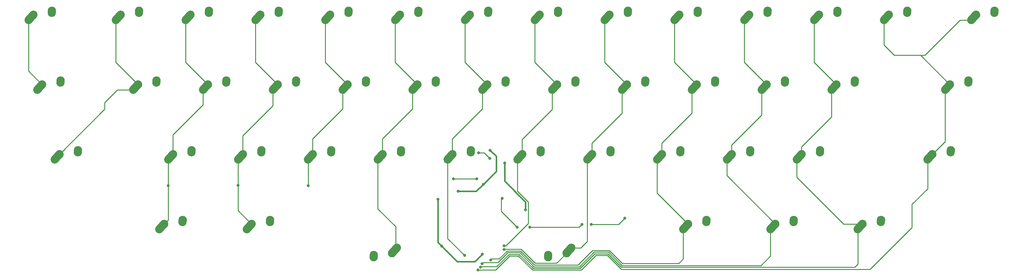
<source format=gbr>
%TF.GenerationSoftware,KiCad,Pcbnew,7.0.2*%
%TF.CreationDate,2023-06-06T03:33:47+01:00*%
%TF.ProjectId,45_keyboard,34355f6b-6579-4626-9f61-72642e6b6963,rev?*%
%TF.SameCoordinates,Original*%
%TF.FileFunction,Copper,L1,Top*%
%TF.FilePolarity,Positive*%
%FSLAX46Y46*%
G04 Gerber Fmt 4.6, Leading zero omitted, Abs format (unit mm)*
G04 Created by KiCad (PCBNEW 7.0.2) date 2023-06-06 03:33:47*
%MOMM*%
%LPD*%
G01*
G04 APERTURE LIST*
G04 Aperture macros list*
%AMHorizOval*
0 Thick line with rounded ends*
0 $1 width*
0 $2 $3 position (X,Y) of the first rounded end (center of the circle)*
0 $4 $5 position (X,Y) of the second rounded end (center of the circle)*
0 Add line between two ends*
20,1,$1,$2,$3,$4,$5,0*
0 Add two circle primitives to create the rounded ends*
1,1,$1,$2,$3*
1,1,$1,$4,$5*%
G04 Aperture macros list end*
%TA.AperFunction,ComponentPad*%
%ADD10HorizOval,2.250000X0.655001X0.730000X-0.655001X-0.730000X0*%
%TD*%
%TA.AperFunction,ComponentPad*%
%ADD11C,2.250000*%
%TD*%
%TA.AperFunction,ComponentPad*%
%ADD12HorizOval,2.250000X0.020000X0.290000X-0.020000X-0.290000X0*%
%TD*%
%TA.AperFunction,ComponentPad*%
%ADD13HorizOval,2.250000X-0.655001X-0.730000X0.655001X0.730000X0*%
%TD*%
%TA.AperFunction,ComponentPad*%
%ADD14HorizOval,2.250000X-0.020000X-0.290000X0.020000X0.290000X0*%
%TD*%
%TA.AperFunction,ViaPad*%
%ADD15C,0.800000*%
%TD*%
%TA.AperFunction,Conductor*%
%ADD16C,0.381000*%
%TD*%
%TA.AperFunction,Conductor*%
%ADD17C,0.254000*%
%TD*%
G04 APERTURE END LIST*
D10*
%TO.P,MX14,1,COL*%
%TO.N,col12*%
X329393999Y-62332750D03*
D11*
X330048998Y-61602750D03*
D12*
%TO.P,MX14,2,ROW*%
%TO.N,Net-(D14-A)*%
X335068998Y-60812750D03*
D11*
X335088998Y-60522750D03*
%TD*%
D10*
%TO.P,MX12,1,COL*%
%TO.N,col11*%
X286531499Y-62332750D03*
D11*
X287186498Y-61602750D03*
D12*
%TO.P,MX12,2,ROW*%
%TO.N,Net-(D12-A)*%
X292206498Y-60812750D03*
D11*
X292226498Y-60522750D03*
%TD*%
D10*
%TO.P,MX4,1,COL*%
%TO.N,col3*%
X134131499Y-62332750D03*
D11*
X134786498Y-61602750D03*
D12*
%TO.P,MX4,2,ROW*%
%TO.N,Net-(D4-A)*%
X139806498Y-60812750D03*
D11*
X139826498Y-60522750D03*
%TD*%
D10*
%TO.P,MX44,1,COL*%
%TO.N,col9*%
X250812749Y-119482750D03*
D11*
X251467748Y-118752750D03*
D12*
%TO.P,MX44,2,ROW*%
%TO.N,Net-(D44-A)*%
X256487748Y-117962750D03*
D11*
X256507748Y-117672750D03*
%TD*%
D10*
%TO.P,MX5,1,COL*%
%TO.N,col4*%
X153181499Y-62332750D03*
D11*
X153836498Y-61602750D03*
D12*
%TO.P,MX5,2,ROW*%
%TO.N,Net-(D5-A)*%
X158856498Y-60812750D03*
D11*
X158876498Y-60522750D03*
%TD*%
D10*
%TO.P,MX17,1,COL*%
%TO.N,col2*%
X119843999Y-81382750D03*
D11*
X120498998Y-80652750D03*
D12*
%TO.P,MX17,2,ROW*%
%TO.N,Net-(D17-A)*%
X125518998Y-79862750D03*
D11*
X125538998Y-79572750D03*
%TD*%
D10*
%TO.P,MX10,1,COL*%
%TO.N,col9*%
X248431499Y-62332750D03*
D11*
X249086498Y-61602750D03*
D12*
%TO.P,MX10,2,ROW*%
%TO.N,Net-(D10-A)*%
X254106498Y-60812750D03*
D11*
X254126498Y-60522750D03*
%TD*%
D10*
%TO.P,MX7,1,COL*%
%TO.N,col6*%
X191281499Y-62332750D03*
D11*
X191936498Y-61602750D03*
D12*
%TO.P,MX7,2,ROW*%
%TO.N,Net-(D7-A)*%
X196956498Y-60812750D03*
D11*
X196976498Y-60522750D03*
%TD*%
D10*
%TO.P,MX34,1,COL*%
%TO.N,col7*%
X205568999Y-100432750D03*
D11*
X206223998Y-99702750D03*
D12*
%TO.P,MX34,2,ROW*%
%TO.N,Net-(D34-A)*%
X211243998Y-98912750D03*
D11*
X211263998Y-98622750D03*
%TD*%
D10*
%TO.P,MX45,1,COL*%
%TO.N,col10*%
X274625249Y-119482750D03*
D11*
X275280248Y-118752750D03*
D12*
%TO.P,MX45,2,ROW*%
%TO.N,Net-(D45-A)*%
X280300248Y-117962750D03*
D11*
X280320248Y-117672750D03*
%TD*%
D10*
%TO.P,MX28,1,COL*%
%TO.N,col1*%
X79362749Y-100432750D03*
D11*
X80017748Y-99702750D03*
D12*
%TO.P,MX28,2,ROW*%
%TO.N,Net-(D28-A)*%
X85037748Y-98912750D03*
D11*
X85057748Y-98622750D03*
%TD*%
D13*
%TO.P,MX43,1,COL*%
%TO.N,col8*%
X219022747Y-126022750D03*
D11*
X218367748Y-126752750D03*
D14*
%TO.P,MX43,2,ROW*%
%TO.N,Net-(D43-A)*%
X213347748Y-127542750D03*
D11*
X213327748Y-127832750D03*
%TD*%
D10*
%TO.P,MX16,1,COL*%
%TO.N,col1*%
X100793999Y-81382750D03*
D11*
X101448998Y-80652750D03*
D12*
%TO.P,MX16,2,ROW*%
%TO.N,Net-(D16-A)*%
X106468998Y-79862750D03*
D11*
X106488998Y-79572750D03*
%TD*%
D10*
%TO.P,MX2,1,COL*%
%TO.N,col1*%
X96031499Y-62332750D03*
D11*
X96686498Y-61602750D03*
D12*
%TO.P,MX2,2,ROW*%
%TO.N,Net-(D2-A)*%
X101706498Y-60812750D03*
D11*
X101726498Y-60522750D03*
%TD*%
D10*
%TO.P,MX23,1,COL*%
%TO.N,col8*%
X234143999Y-81382750D03*
D11*
X234798998Y-80652750D03*
D12*
%TO.P,MX23,2,ROW*%
%TO.N,Net-(D23-A)*%
X239818998Y-79862750D03*
D11*
X239838998Y-79572750D03*
%TD*%
D10*
%TO.P,MX38,1,COL*%
%TO.N,col11*%
X281768999Y-100432750D03*
D11*
X282423998Y-99702750D03*
D12*
%TO.P,MX38,2,ROW*%
%TO.N,Net-(D38-A)*%
X287443998Y-98912750D03*
D11*
X287463998Y-98622750D03*
%TD*%
D10*
%TO.P,MX22,1,COL*%
%TO.N,col7*%
X215093999Y-81382750D03*
D11*
X215748998Y-80652750D03*
D12*
%TO.P,MX22,2,ROW*%
%TO.N,Net-(D22-A)*%
X220768998Y-79862750D03*
D11*
X220788998Y-79572750D03*
%TD*%
D10*
%TO.P,MX31,1,COL*%
%TO.N,col4*%
X148418999Y-100432750D03*
D11*
X149073998Y-99702750D03*
D12*
%TO.P,MX31,2,ROW*%
%TO.N,Net-(D31-A)*%
X154093998Y-98912750D03*
D11*
X154113998Y-98622750D03*
%TD*%
D10*
%TO.P,MX35,1,COL*%
%TO.N,col8*%
X224618999Y-100432750D03*
D11*
X225273998Y-99702750D03*
D12*
%TO.P,MX35,2,ROW*%
%TO.N,Net-(D35-A)*%
X230293998Y-98912750D03*
D11*
X230313998Y-98622750D03*
%TD*%
D10*
%TO.P,MX15,1,COL*%
%TO.N,col0*%
X74600249Y-81382750D03*
D11*
X75255248Y-80652750D03*
D12*
%TO.P,MX15,2,ROW*%
%TO.N,Net-(D15-A)*%
X80275248Y-79862750D03*
D11*
X80295248Y-79572750D03*
%TD*%
D10*
%TO.P,MX20,1,COL*%
%TO.N,col5*%
X176993999Y-81382750D03*
D11*
X177648998Y-80652750D03*
D12*
%TO.P,MX20,2,ROW*%
%TO.N,Net-(D20-A)*%
X182668998Y-79862750D03*
D11*
X182688998Y-79572750D03*
%TD*%
D10*
%TO.P,MX46,1,COL*%
%TO.N,col11*%
X298437749Y-119482750D03*
D11*
X299092748Y-118752750D03*
D12*
%TO.P,MX46,2,ROW*%
%TO.N,Net-(D46-A)*%
X304112748Y-117962750D03*
D11*
X304132748Y-117672750D03*
%TD*%
D10*
%TO.P,MX21,1,COL*%
%TO.N,col6*%
X196043999Y-81382750D03*
D11*
X196698998Y-80652750D03*
D12*
%TO.P,MX21,2,ROW*%
%TO.N,Net-(D21-A)*%
X201718998Y-79862750D03*
D11*
X201738998Y-79572750D03*
%TD*%
D10*
%TO.P,MX6,1,COL*%
%TO.N,col5*%
X172231499Y-62332750D03*
D11*
X172886498Y-61602750D03*
D12*
%TO.P,MX6,2,ROW*%
%TO.N,Net-(D6-A)*%
X177906498Y-60812750D03*
D11*
X177926498Y-60522750D03*
%TD*%
D10*
%TO.P,MX18,1,COL*%
%TO.N,col3*%
X138893999Y-81382750D03*
D11*
X139548998Y-80652750D03*
D12*
%TO.P,MX18,2,ROW*%
%TO.N,Net-(D18-A)*%
X144568998Y-79862750D03*
D11*
X144588998Y-79572750D03*
%TD*%
D10*
%TO.P,MX29,1,COL*%
%TO.N,col2*%
X110318999Y-100432750D03*
D11*
X110973998Y-99702750D03*
D12*
%TO.P,MX29,2,ROW*%
%TO.N,Net-(D29-A)*%
X115993998Y-98912750D03*
D11*
X116013998Y-98622750D03*
%TD*%
D10*
%TO.P,MX32,1,COL*%
%TO.N,col5*%
X167468999Y-100432750D03*
D11*
X168123998Y-99702750D03*
D12*
%TO.P,MX32,2,ROW*%
%TO.N,Net-(D32-A)*%
X173143998Y-98912750D03*
D11*
X173163998Y-98622750D03*
%TD*%
D13*
%TO.P,MX42,1,COL*%
%TO.N,col5*%
X171397747Y-126022750D03*
D11*
X170742748Y-126752750D03*
D14*
%TO.P,MX42,2,ROW*%
%TO.N,Net-(D42-A)*%
X165722748Y-127542750D03*
D11*
X165702748Y-127832750D03*
%TD*%
D10*
%TO.P,MX27,1,COL*%
%TO.N,col12*%
X322250249Y-81382750D03*
D11*
X322905248Y-80652750D03*
D12*
%TO.P,MX27,2,ROW*%
%TO.N,Net-(D27-A)*%
X327925248Y-79862750D03*
D11*
X327945248Y-79572750D03*
%TD*%
D10*
%TO.P,MX25,1,COL*%
%TO.N,col10*%
X272243999Y-81382750D03*
D11*
X272898998Y-80652750D03*
D12*
%TO.P,MX25,2,ROW*%
%TO.N,Net-(D25-A)*%
X277918998Y-79862750D03*
D11*
X277938998Y-79572750D03*
%TD*%
D10*
%TO.P,MX41,1,COL*%
%TO.N,col3*%
X131750249Y-119482750D03*
D11*
X132405248Y-118752750D03*
D12*
%TO.P,MX41,2,ROW*%
%TO.N,Net-(D41-A)*%
X137425248Y-117962750D03*
D11*
X137445248Y-117672750D03*
%TD*%
D10*
%TO.P,MX19,1,COL*%
%TO.N,col4*%
X157943999Y-81382750D03*
D11*
X158598998Y-80652750D03*
D12*
%TO.P,MX19,2,ROW*%
%TO.N,Net-(D19-A)*%
X163618998Y-79862750D03*
D11*
X163638998Y-79572750D03*
%TD*%
D10*
%TO.P,MX40,1,COL*%
%TO.N,col2*%
X107937749Y-119482750D03*
D11*
X108592748Y-118752750D03*
D12*
%TO.P,MX40,2,ROW*%
%TO.N,Net-(D40-A)*%
X113612748Y-117962750D03*
D11*
X113632748Y-117672750D03*
%TD*%
D10*
%TO.P,MX9,1,COL*%
%TO.N,col8*%
X229381499Y-62332750D03*
D11*
X230036498Y-61602750D03*
D12*
%TO.P,MX9,2,ROW*%
%TO.N,Net-(D9-A)*%
X235056498Y-60812750D03*
D11*
X235076498Y-60522750D03*
%TD*%
D10*
%TO.P,MX24,1,COL*%
%TO.N,col9*%
X253193999Y-81382750D03*
D11*
X253848998Y-80652750D03*
D12*
%TO.P,MX24,2,ROW*%
%TO.N,Net-(D24-A)*%
X258868998Y-79862750D03*
D11*
X258888998Y-79572750D03*
%TD*%
D10*
%TO.P,MX33,1,COL*%
%TO.N,col6*%
X186518999Y-100432750D03*
D11*
X187173998Y-99702750D03*
D12*
%TO.P,MX33,2,ROW*%
%TO.N,Net-(D33-A)*%
X192193998Y-98912750D03*
D11*
X192213998Y-98622750D03*
%TD*%
D10*
%TO.P,MX13,1,COL*%
%TO.N,col12*%
X305581499Y-62332750D03*
D11*
X306236498Y-61602750D03*
D12*
%TO.P,MX13,2,ROW*%
%TO.N,Net-(D13-A)*%
X311256498Y-60812750D03*
D11*
X311276498Y-60522750D03*
%TD*%
D10*
%TO.P,MX30,1,COL*%
%TO.N,col3*%
X129368999Y-100432750D03*
D11*
X130023998Y-99702750D03*
D12*
%TO.P,MX30,2,ROW*%
%TO.N,Net-(D30-A)*%
X135043998Y-98912750D03*
D11*
X135063998Y-98622750D03*
%TD*%
D10*
%TO.P,MX1,1,COL*%
%TO.N,col0*%
X72218999Y-62332750D03*
D11*
X72873998Y-61602750D03*
D12*
%TO.P,MX1,2,ROW*%
%TO.N,Net-(D1-A)*%
X77893998Y-60812750D03*
D11*
X77913998Y-60522750D03*
%TD*%
D10*
%TO.P,MX3,1,COL*%
%TO.N,col2*%
X115081499Y-62332750D03*
D11*
X115736498Y-61602750D03*
D12*
%TO.P,MX3,2,ROW*%
%TO.N,Net-(D3-A)*%
X120756498Y-60812750D03*
D11*
X120776498Y-60522750D03*
%TD*%
D10*
%TO.P,MX37,1,COL*%
%TO.N,col10*%
X262718999Y-100432750D03*
D11*
X263373998Y-99702750D03*
D12*
%TO.P,MX37,2,ROW*%
%TO.N,Net-(D37-A)*%
X268393998Y-98912750D03*
D11*
X268413998Y-98622750D03*
%TD*%
D10*
%TO.P,MX26,1,COL*%
%TO.N,col11*%
X291293999Y-81382750D03*
D11*
X291948998Y-80652750D03*
D12*
%TO.P,MX26,2,ROW*%
%TO.N,Net-(D26-A)*%
X296968998Y-79862750D03*
D11*
X296988998Y-79572750D03*
%TD*%
D10*
%TO.P,MX8,1,COL*%
%TO.N,col7*%
X210331499Y-62332750D03*
D11*
X210986498Y-61602750D03*
D12*
%TO.P,MX8,2,ROW*%
%TO.N,Net-(D8-A)*%
X216006498Y-60812750D03*
D11*
X216026498Y-60522750D03*
%TD*%
D10*
%TO.P,MX11,1,COL*%
%TO.N,col10*%
X267481499Y-62332750D03*
D11*
X268136498Y-61602750D03*
D12*
%TO.P,MX11,2,ROW*%
%TO.N,Net-(D11-A)*%
X273156498Y-60812750D03*
D11*
X273176498Y-60522750D03*
%TD*%
D10*
%TO.P,MX39,1,COL*%
%TO.N,col12*%
X317487749Y-100432750D03*
D11*
X318142748Y-99702750D03*
D12*
%TO.P,MX39,2,ROW*%
%TO.N,Net-(D39-A)*%
X323162748Y-98912750D03*
D11*
X323182748Y-98622750D03*
%TD*%
D10*
%TO.P,MX36,1,COL*%
%TO.N,col9*%
X243668999Y-100432750D03*
D11*
X244323998Y-99702750D03*
D12*
%TO.P,MX36,2,ROW*%
%TO.N,Net-(D36-A)*%
X249343998Y-98912750D03*
D11*
X249363998Y-98622750D03*
%TD*%
D15*
%TO.N,GND*%
X201422000Y-102108000D03*
X207137000Y-114935000D03*
%TO.N,+5V*%
X197505546Y-98638026D03*
X184277000Y-124841000D03*
X195580000Y-107950000D03*
X188722000Y-109855000D03*
X195326000Y-127000000D03*
X183261000Y-112014000D03*
%TO.N,row2*%
X193802000Y-106426000D03*
X187452000Y-106426000D03*
%TO.N,Net-(D33-A)*%
X194310000Y-99314000D03*
X197358000Y-100838000D03*
%TO.N,col2*%
X109663998Y-108331000D03*
%TO.N,col3*%
X128713998Y-108204000D03*
%TO.N,col4*%
X147828000Y-108331000D03*
%TO.N,col6*%
X190500000Y-127381000D03*
%TO.N,col7*%
X201295000Y-124730497D03*
%TO.N,col8*%
X201295000Y-125730000D03*
%TO.N,col9*%
X197612000Y-128592494D03*
%TO.N,col10*%
X195251993Y-129591997D03*
%TO.N,col11*%
X194840774Y-130565945D03*
%TO.N,col12*%
X194182752Y-131318283D03*
%TO.N,Net-(U1-~{RESET})*%
X200787000Y-111760000D03*
X222504000Y-118872000D03*
X204851000Y-119634000D03*
X225044000Y-118872000D03*
X234188000Y-117221000D03*
X208280000Y-119634000D03*
%TD*%
D16*
%TO.N,GND*%
X207137000Y-112776000D02*
X207137000Y-114935000D01*
X201422000Y-107061000D02*
X207137000Y-112776000D01*
X201422000Y-102108000D02*
X201422000Y-107061000D01*
%TO.N,+5V*%
X184277000Y-124841000D02*
X183261000Y-123825000D01*
X195326000Y-127000000D02*
X193294000Y-129032000D01*
X199136000Y-104394000D02*
X195580000Y-107950000D01*
X193294000Y-129032000D02*
X188468000Y-129032000D01*
X188722000Y-109855000D02*
X193675000Y-109855000D01*
X197505546Y-98638026D02*
X199136000Y-100268480D01*
X199136000Y-100268480D02*
X199136000Y-104394000D01*
X193675000Y-109855000D02*
X195580000Y-107950000D01*
X188468000Y-129032000D02*
X184277000Y-124841000D01*
X183261000Y-123825000D02*
X183261000Y-112014000D01*
D17*
%TO.N,row2*%
X193802000Y-106426000D02*
X187452000Y-106426000D01*
%TO.N,Net-(D33-A)*%
X197358000Y-100838000D02*
X195834000Y-99314000D01*
X195834000Y-99314000D02*
X194310000Y-99314000D01*
%TO.N,col0*%
X71563998Y-63062750D02*
X71563998Y-76961500D01*
X71563998Y-76961500D02*
X75255248Y-80652750D01*
%TO.N,col1*%
X95376498Y-74580250D02*
X101448998Y-80652750D01*
X92329000Y-85598000D02*
X92329000Y-87391498D01*
X92329000Y-87391498D02*
X80017748Y-99702750D01*
X95814250Y-82112750D02*
X92329000Y-85598000D01*
X95376498Y-63062750D02*
X95376498Y-74580250D01*
X100138998Y-82112750D02*
X95814250Y-82112750D01*
%TO.N,col2*%
X119188998Y-86170002D02*
X110973998Y-94385002D01*
X109663998Y-101162750D02*
X109663998Y-108331000D01*
X114426498Y-63062750D02*
X114426498Y-74580250D01*
X119188998Y-82112750D02*
X119188998Y-86170002D01*
X110973998Y-94385002D02*
X110973998Y-99702750D01*
X109663998Y-117681500D02*
X108592748Y-118752750D01*
X109663998Y-108331000D02*
X109663998Y-117681500D01*
X114426498Y-74580250D02*
X120498998Y-80652750D01*
%TO.N,col3*%
X128713998Y-101162750D02*
X128713998Y-108204000D01*
X138238998Y-86424002D02*
X130023998Y-94639002D01*
X133476498Y-74580250D02*
X139548998Y-80652750D01*
X128713998Y-115061500D02*
X132405248Y-118752750D01*
X138238998Y-82112750D02*
X138238998Y-86424002D01*
X128713998Y-108204000D02*
X128713998Y-115061500D01*
X130023998Y-94639002D02*
X130023998Y-99702750D01*
X133476498Y-63062750D02*
X133476498Y-74580250D01*
%TO.N,col4*%
X152526498Y-63062750D02*
X152526498Y-74580250D01*
X149073998Y-95528002D02*
X149073998Y-99702750D01*
X157288998Y-82112750D02*
X157288998Y-87313002D01*
X157288998Y-87313002D02*
X149073998Y-95528002D01*
X152526498Y-74580250D02*
X158598998Y-80652750D01*
X147828000Y-101226752D02*
X147828000Y-108331000D01*
X147763998Y-101162750D02*
X147828000Y-101226752D01*
%TO.N,col5*%
X176338998Y-87313002D02*
X168123998Y-95528002D01*
X171576498Y-63062750D02*
X171576498Y-74580250D01*
X171704000Y-119507000D02*
X171704000Y-124944002D01*
X166813998Y-114616998D02*
X171704000Y-119507000D01*
X168123998Y-95528002D02*
X168123998Y-99702750D01*
X171576498Y-74580250D02*
X177648998Y-80652750D01*
X176338998Y-82112750D02*
X176338998Y-87313002D01*
X171704000Y-124944002D02*
X172052748Y-125292750D01*
X166813998Y-101162750D02*
X166813998Y-114616998D01*
%TO.N,col6*%
X185863998Y-101162750D02*
X185863998Y-122744998D01*
X185863998Y-122744998D02*
X190500000Y-127381000D01*
X187173998Y-95528002D02*
X187173998Y-99702750D01*
X190626498Y-74580250D02*
X196698998Y-80652750D01*
X190626498Y-63062750D02*
X190626498Y-74580250D01*
X195388998Y-82112750D02*
X195388998Y-87313002D01*
X195388998Y-87313002D02*
X187173998Y-95528002D01*
%TO.N,col7*%
X207899000Y-112806144D02*
X207899000Y-118618000D01*
X209676498Y-63062750D02*
X209676498Y-74580250D01*
X206223998Y-95655002D02*
X206223998Y-99702750D01*
X201786503Y-124730497D02*
X201295000Y-124730497D01*
X214438998Y-82112750D02*
X214438998Y-87440002D01*
X209676498Y-74580250D02*
X215748998Y-80652750D01*
X214438998Y-87440002D02*
X206223998Y-95655002D01*
X207899000Y-118618000D02*
X204978000Y-121539000D01*
X204913998Y-101162750D02*
X204913998Y-109821142D01*
X204913998Y-109821142D02*
X207899000Y-112806144D01*
X204978000Y-121539000D02*
X201786503Y-124730497D01*
%TO.N,col8*%
X233488998Y-82112750D02*
X233488998Y-88456002D01*
X222179250Y-125292750D02*
X223945998Y-123526002D01*
X228726498Y-63062750D02*
X228726498Y-74580250D01*
X223945998Y-123526002D02*
X223945998Y-101180750D01*
X218367748Y-126752750D02*
X215618498Y-129502000D01*
X205956000Y-125692000D02*
X209677000Y-129413000D01*
X201295000Y-125730000D02*
X201333000Y-125692000D01*
X228726498Y-74580250D02*
X234798998Y-80652750D01*
X219677748Y-125292750D02*
X222179250Y-125292750D01*
X215618498Y-129502000D02*
X209766000Y-129502000D01*
X223945998Y-101180750D02*
X223963998Y-101162750D01*
X201333000Y-125692000D02*
X205956000Y-125692000D01*
X209766000Y-129502000D02*
X209677000Y-129413000D01*
X225273998Y-96671002D02*
X225273998Y-99702750D01*
X233488998Y-88456002D02*
X225273998Y-96671002D01*
%TO.N,col9*%
X197612000Y-128592494D02*
X197885003Y-128319491D01*
X221415000Y-129994000D02*
X225425000Y-125984000D01*
X202141948Y-126146000D02*
X205767948Y-126146000D01*
X243013998Y-110299000D02*
X251467748Y-118752750D01*
X199968457Y-128319491D02*
X202141948Y-126146000D01*
X247776498Y-74580250D02*
X253848998Y-80652750D01*
X197885003Y-128319491D02*
X199968457Y-128319491D01*
X248920000Y-129540000D02*
X250157748Y-128302252D01*
X247776498Y-63062750D02*
X247776498Y-74580250D01*
X230018158Y-125984000D02*
X233574158Y-129540000D01*
X244323998Y-96671002D02*
X244323998Y-99702750D01*
X250157748Y-128302252D02*
X250157748Y-120212750D01*
X205767948Y-126146000D02*
X209615948Y-129994000D01*
X233574158Y-129540000D02*
X248920000Y-129540000D01*
X252538998Y-88456002D02*
X244323998Y-96671002D01*
X209615948Y-129994000D02*
X221415000Y-129994000D01*
X225425000Y-125984000D02*
X230018158Y-125984000D01*
X243013998Y-101162750D02*
X243013998Y-110299000D01*
X252538998Y-82112750D02*
X252538998Y-88456002D01*
%TO.N,col10*%
X202330000Y-126600000D02*
X199611006Y-129318994D01*
X271588998Y-88964002D02*
X263373998Y-97179002D01*
X273970248Y-127530752D02*
X271399000Y-130102000D01*
X195524996Y-129318994D02*
X195251993Y-129591997D01*
X271399000Y-130102000D02*
X233494105Y-130102000D01*
X233494105Y-130102000D02*
X229830105Y-126438000D01*
X271588998Y-82112750D02*
X271588998Y-88964002D01*
X225852948Y-126438000D02*
X221842948Y-130448000D01*
X262063998Y-105536500D02*
X275280248Y-118752750D01*
X221842948Y-130448000D02*
X209427894Y-130448000D01*
X263373998Y-97179002D02*
X263373998Y-99702750D01*
X262063998Y-101162750D02*
X262063998Y-105536500D01*
X266826498Y-74580250D02*
X272898998Y-80652750D01*
X205579895Y-126600000D02*
X202330000Y-126600000D01*
X266826498Y-63062750D02*
X266826498Y-74580250D01*
X273970248Y-120212750D02*
X273970248Y-127530752D01*
X209427894Y-130448000D02*
X205579895Y-126600000D01*
X229830105Y-126438000D02*
X225852948Y-126438000D01*
X199611006Y-129318994D02*
X195524996Y-129318994D01*
%TO.N,col11*%
X290638998Y-82112750D02*
X290638998Y-89472002D01*
X194977719Y-130429000D02*
X194840774Y-130565945D01*
X296980000Y-130556000D02*
X233306052Y-130556000D01*
X229642052Y-126892000D02*
X226041000Y-126892000D01*
X293885750Y-118752750D02*
X299092748Y-118752750D01*
X209239842Y-130902000D02*
X205391842Y-127054000D01*
X202630948Y-127054000D02*
X199255948Y-130429000D01*
X199255948Y-130429000D02*
X194977719Y-130429000D01*
X285876498Y-63062750D02*
X285876498Y-74580250D01*
X233306052Y-130556000D02*
X229642052Y-126892000D01*
X205391842Y-127054000D02*
X202630948Y-127054000D01*
X297782748Y-120212750D02*
X297782748Y-129753252D01*
X222031000Y-130902000D02*
X209239842Y-130902000D01*
X226041000Y-126892000D02*
X222031000Y-130902000D01*
X282423998Y-97687002D02*
X282423998Y-99702750D01*
X281113998Y-101162750D02*
X281113998Y-105980998D01*
X297782748Y-129753252D02*
X296980000Y-130556000D01*
X285876498Y-74580250D02*
X291948998Y-80652750D01*
X290638998Y-89472002D02*
X282423998Y-97687002D01*
X281113998Y-105980998D02*
X293885750Y-118752750D01*
%TO.N,col12*%
X314896498Y-72644000D02*
X322905248Y-80652750D01*
X312547000Y-113411000D02*
X316832748Y-109125252D01*
X316832748Y-109125252D02*
X316832748Y-101162750D01*
X321595248Y-96250250D02*
X318142748Y-99702750D01*
X316103000Y-72644000D02*
X314896498Y-72644000D01*
X304926498Y-69849498D02*
X307721000Y-72644000D01*
X205203790Y-127508000D02*
X209051790Y-131356000D01*
X202819000Y-127508000D02*
X205203790Y-127508000D01*
X233299000Y-131191000D02*
X301117000Y-131191000D01*
X328738998Y-63062750D02*
X325684250Y-63062750D01*
X194182752Y-131318283D02*
X194182969Y-131318500D01*
X226349000Y-127346000D02*
X229454000Y-127346000D01*
X222339000Y-131356000D02*
X226349000Y-127346000D01*
X321595248Y-82112750D02*
X321595248Y-96250250D01*
X209051790Y-131356000D02*
X222339000Y-131356000D01*
X325684250Y-63062750D02*
X316103000Y-72644000D01*
X307721000Y-72644000D02*
X314896498Y-72644000D01*
X312547000Y-119761000D02*
X312547000Y-113411000D01*
X199008500Y-131318500D02*
X202819000Y-127508000D01*
X301117000Y-131191000D02*
X312547000Y-119761000D01*
X304926498Y-63062750D02*
X304926498Y-69849498D01*
X229454000Y-127346000D02*
X233299000Y-131191000D01*
X194182969Y-131318500D02*
X199008500Y-131318500D01*
%TO.N,Net-(U1-~{RESET})*%
X208280000Y-119634000D02*
X221742000Y-119634000D01*
X221742000Y-119634000D02*
X222504000Y-118872000D01*
X200568000Y-111979000D02*
X200568000Y-115351000D01*
X232537000Y-118872000D02*
X234188000Y-117221000D01*
X225044000Y-118872000D02*
X232537000Y-118872000D01*
X200787000Y-111760000D02*
X200568000Y-111979000D01*
X200568000Y-115351000D02*
X204851000Y-119634000D01*
%TD*%
M02*

</source>
